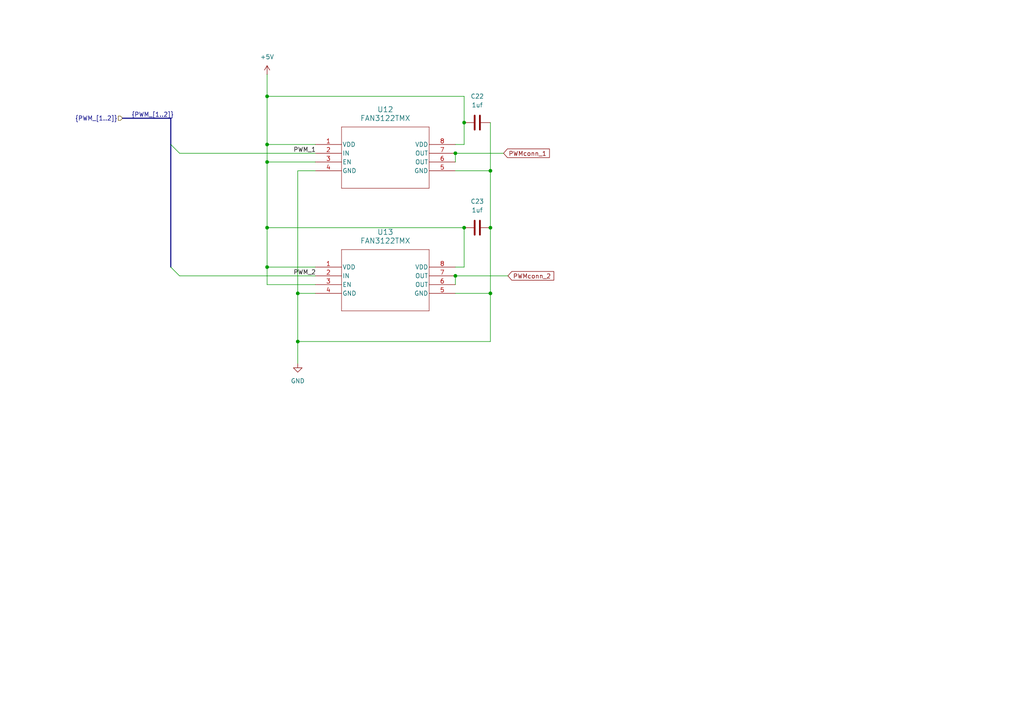
<source format=kicad_sch>
(kicad_sch
	(version 20231120)
	(generator "eeschema")
	(generator_version "8.0")
	(uuid "40f7571d-9319-47a0-9e50-eea79bd3ba44")
	(paper "A4")
	(lib_symbols
		(symbol "Device:C"
			(pin_numbers hide)
			(pin_names
				(offset 0.254)
			)
			(exclude_from_sim no)
			(in_bom yes)
			(on_board yes)
			(property "Reference" "C"
				(at 0.635 2.54 0)
				(effects
					(font
						(size 1.27 1.27)
					)
					(justify left)
				)
			)
			(property "Value" "C"
				(at 0.635 -2.54 0)
				(effects
					(font
						(size 1.27 1.27)
					)
					(justify left)
				)
			)
			(property "Footprint" ""
				(at 0.9652 -3.81 0)
				(effects
					(font
						(size 1.27 1.27)
					)
					(hide yes)
				)
			)
			(property "Datasheet" "~"
				(at 0 0 0)
				(effects
					(font
						(size 1.27 1.27)
					)
					(hide yes)
				)
			)
			(property "Description" "Unpolarized capacitor"
				(at 0 0 0)
				(effects
					(font
						(size 1.27 1.27)
					)
					(hide yes)
				)
			)
			(property "ki_keywords" "cap capacitor"
				(at 0 0 0)
				(effects
					(font
						(size 1.27 1.27)
					)
					(hide yes)
				)
			)
			(property "ki_fp_filters" "C_*"
				(at 0 0 0)
				(effects
					(font
						(size 1.27 1.27)
					)
					(hide yes)
				)
			)
			(symbol "C_0_1"
				(polyline
					(pts
						(xy -2.032 -0.762) (xy 2.032 -0.762)
					)
					(stroke
						(width 0.508)
						(type default)
					)
					(fill
						(type none)
					)
				)
				(polyline
					(pts
						(xy -2.032 0.762) (xy 2.032 0.762)
					)
					(stroke
						(width 0.508)
						(type default)
					)
					(fill
						(type none)
					)
				)
			)
			(symbol "C_1_1"
				(pin passive line
					(at 0 3.81 270)
					(length 2.794)
					(name "~"
						(effects
							(font
								(size 1.27 1.27)
							)
						)
					)
					(number "1"
						(effects
							(font
								(size 1.27 1.27)
							)
						)
					)
				)
				(pin passive line
					(at 0 -3.81 90)
					(length 2.794)
					(name "~"
						(effects
							(font
								(size 1.27 1.27)
							)
						)
					)
					(number "2"
						(effects
							(font
								(size 1.27 1.27)
							)
						)
					)
				)
			)
		)
		(symbol "HyprLib:FAN3122TMX"
			(pin_names
				(offset 0.254)
			)
			(exclude_from_sim no)
			(in_bom yes)
			(on_board yes)
			(property "Reference" "U"
				(at 20.32 10.16 0)
				(effects
					(font
						(size 1.524 1.524)
					)
				)
			)
			(property "Value" "FAN3122TMX"
				(at 20.32 7.62 0)
				(effects
					(font
						(size 1.524 1.524)
					)
				)
			)
			(property "Footprint" "SOIC8_4X5_ONS"
				(at 0 0 0)
				(effects
					(font
						(size 1.27 1.27)
						(italic yes)
					)
					(hide yes)
				)
			)
			(property "Datasheet" "FAN3122TMX"
				(at 0 0 0)
				(effects
					(font
						(size 1.27 1.27)
						(italic yes)
					)
					(hide yes)
				)
			)
			(property "Description" ""
				(at 0 0 0)
				(effects
					(font
						(size 1.27 1.27)
					)
					(hide yes)
				)
			)
			(property "ki_locked" ""
				(at 0 0 0)
				(effects
					(font
						(size 1.27 1.27)
					)
				)
			)
			(property "ki_keywords" "FAN3122TMX"
				(at 0 0 0)
				(effects
					(font
						(size 1.27 1.27)
					)
					(hide yes)
				)
			)
			(property "ki_fp_filters" "SOIC8_4X5_ONS SOIC8_4X5_ONS-M SOIC8_4X5_ONS-L"
				(at 0 0 0)
				(effects
					(font
						(size 1.27 1.27)
					)
					(hide yes)
				)
			)
			(symbol "FAN3122TMX_0_1"
				(polyline
					(pts
						(xy 7.62 -12.7) (xy 33.02 -12.7)
					)
					(stroke
						(width 0.127)
						(type default)
					)
					(fill
						(type none)
					)
				)
				(polyline
					(pts
						(xy 7.62 5.08) (xy 7.62 -12.7)
					)
					(stroke
						(width 0.127)
						(type default)
					)
					(fill
						(type none)
					)
				)
				(polyline
					(pts
						(xy 33.02 -12.7) (xy 33.02 5.08)
					)
					(stroke
						(width 0.127)
						(type default)
					)
					(fill
						(type none)
					)
				)
				(polyline
					(pts
						(xy 33.02 5.08) (xy 7.62 5.08)
					)
					(stroke
						(width 0.127)
						(type default)
					)
					(fill
						(type none)
					)
				)
				(pin power_in line
					(at 0 0 0)
					(length 7.62)
					(name "VDD"
						(effects
							(font
								(size 1.27 1.27)
							)
						)
					)
					(number "1"
						(effects
							(font
								(size 1.27 1.27)
							)
						)
					)
				)
				(pin unspecified line
					(at 0 -2.54 0)
					(length 7.62)
					(name "IN"
						(effects
							(font
								(size 1.27 1.27)
							)
						)
					)
					(number "2"
						(effects
							(font
								(size 1.27 1.27)
							)
						)
					)
				)
				(pin unspecified line
					(at 0 -5.08 0)
					(length 7.62)
					(name "EN"
						(effects
							(font
								(size 1.27 1.27)
							)
						)
					)
					(number "3"
						(effects
							(font
								(size 1.27 1.27)
							)
						)
					)
				)
				(pin power_out line
					(at 0 -7.62 0)
					(length 7.62)
					(name "GND"
						(effects
							(font
								(size 1.27 1.27)
							)
						)
					)
					(number "4"
						(effects
							(font
								(size 1.27 1.27)
							)
						)
					)
				)
				(pin power_out line
					(at 40.64 -7.62 180)
					(length 7.62)
					(name "GND"
						(effects
							(font
								(size 1.27 1.27)
							)
						)
					)
					(number "5"
						(effects
							(font
								(size 1.27 1.27)
							)
						)
					)
				)
				(pin output line
					(at 40.64 -5.08 180)
					(length 7.62)
					(name "OUT"
						(effects
							(font
								(size 1.27 1.27)
							)
						)
					)
					(number "6"
						(effects
							(font
								(size 1.27 1.27)
							)
						)
					)
				)
				(pin output line
					(at 40.64 -2.54 180)
					(length 7.62)
					(name "OUT"
						(effects
							(font
								(size 1.27 1.27)
							)
						)
					)
					(number "7"
						(effects
							(font
								(size 1.27 1.27)
							)
						)
					)
				)
				(pin power_in line
					(at 40.64 0 180)
					(length 7.62)
					(name "VDD"
						(effects
							(font
								(size 1.27 1.27)
							)
						)
					)
					(number "8"
						(effects
							(font
								(size 1.27 1.27)
							)
						)
					)
				)
			)
		)
		(symbol "power:+5V"
			(power)
			(pin_numbers hide)
			(pin_names
				(offset 0) hide)
			(exclude_from_sim no)
			(in_bom yes)
			(on_board yes)
			(property "Reference" "#PWR"
				(at 0 -3.81 0)
				(effects
					(font
						(size 1.27 1.27)
					)
					(hide yes)
				)
			)
			(property "Value" "+5V"
				(at 0 3.556 0)
				(effects
					(font
						(size 1.27 1.27)
					)
				)
			)
			(property "Footprint" ""
				(at 0 0 0)
				(effects
					(font
						(size 1.27 1.27)
					)
					(hide yes)
				)
			)
			(property "Datasheet" ""
				(at 0 0 0)
				(effects
					(font
						(size 1.27 1.27)
					)
					(hide yes)
				)
			)
			(property "Description" "Power symbol creates a global label with name \"+5V\""
				(at 0 0 0)
				(effects
					(font
						(size 1.27 1.27)
					)
					(hide yes)
				)
			)
			(property "ki_keywords" "global power"
				(at 0 0 0)
				(effects
					(font
						(size 1.27 1.27)
					)
					(hide yes)
				)
			)
			(symbol "+5V_0_1"
				(polyline
					(pts
						(xy -0.762 1.27) (xy 0 2.54)
					)
					(stroke
						(width 0)
						(type default)
					)
					(fill
						(type none)
					)
				)
				(polyline
					(pts
						(xy 0 0) (xy 0 2.54)
					)
					(stroke
						(width 0)
						(type default)
					)
					(fill
						(type none)
					)
				)
				(polyline
					(pts
						(xy 0 2.54) (xy 0.762 1.27)
					)
					(stroke
						(width 0)
						(type default)
					)
					(fill
						(type none)
					)
				)
			)
			(symbol "+5V_1_1"
				(pin power_in line
					(at 0 0 90)
					(length 0)
					(name "~"
						(effects
							(font
								(size 1.27 1.27)
							)
						)
					)
					(number "1"
						(effects
							(font
								(size 1.27 1.27)
							)
						)
					)
				)
			)
		)
		(symbol "power:GND"
			(power)
			(pin_numbers hide)
			(pin_names
				(offset 0) hide)
			(exclude_from_sim no)
			(in_bom yes)
			(on_board yes)
			(property "Reference" "#PWR"
				(at 0 -6.35 0)
				(effects
					(font
						(size 1.27 1.27)
					)
					(hide yes)
				)
			)
			(property "Value" "GND"
				(at 0 -3.81 0)
				(effects
					(font
						(size 1.27 1.27)
					)
				)
			)
			(property "Footprint" ""
				(at 0 0 0)
				(effects
					(font
						(size 1.27 1.27)
					)
					(hide yes)
				)
			)
			(property "Datasheet" ""
				(at 0 0 0)
				(effects
					(font
						(size 1.27 1.27)
					)
					(hide yes)
				)
			)
			(property "Description" "Power symbol creates a global label with name \"GND\" , ground"
				(at 0 0 0)
				(effects
					(font
						(size 1.27 1.27)
					)
					(hide yes)
				)
			)
			(property "ki_keywords" "global power"
				(at 0 0 0)
				(effects
					(font
						(size 1.27 1.27)
					)
					(hide yes)
				)
			)
			(symbol "GND_0_1"
				(polyline
					(pts
						(xy 0 0) (xy 0 -1.27) (xy 1.27 -1.27) (xy 0 -2.54) (xy -1.27 -1.27) (xy 0 -1.27)
					)
					(stroke
						(width 0)
						(type default)
					)
					(fill
						(type none)
					)
				)
			)
			(symbol "GND_1_1"
				(pin power_in line
					(at 0 0 270)
					(length 0)
					(name "~"
						(effects
							(font
								(size 1.27 1.27)
							)
						)
					)
					(number "1"
						(effects
							(font
								(size 1.27 1.27)
							)
						)
					)
				)
			)
		)
	)
	(junction
		(at 77.47 66.04)
		(diameter 0)
		(color 0 0 0 0)
		(uuid "14db5991-e23f-48cc-9670-b10c45b82a6f")
	)
	(junction
		(at 142.24 85.09)
		(diameter 0)
		(color 0 0 0 0)
		(uuid "51cbb3ec-2da6-4aa1-bc88-034aa7b69233")
	)
	(junction
		(at 77.47 27.94)
		(diameter 0)
		(color 0 0 0 0)
		(uuid "52068680-641d-444e-b459-c63affb06b95")
	)
	(junction
		(at 134.62 35.56)
		(diameter 0)
		(color 0 0 0 0)
		(uuid "6ba530ba-5775-4e8a-926d-53fc93664863")
	)
	(junction
		(at 142.24 66.04)
		(diameter 0)
		(color 0 0 0 0)
		(uuid "8d88353b-af49-42e1-b1a8-4e73e55692cb")
	)
	(junction
		(at 86.36 85.09)
		(diameter 0)
		(color 0 0 0 0)
		(uuid "90a2599c-6de9-4b35-b84c-2cfd0ccba9ec")
	)
	(junction
		(at 134.62 66.04)
		(diameter 0)
		(color 0 0 0 0)
		(uuid "a284e5f8-17bf-47fe-8710-734be52589ba")
	)
	(junction
		(at 132.08 44.45)
		(diameter 0)
		(color 0 0 0 0)
		(uuid "a76f633c-1f50-421b-b32a-aa9462b1af6c")
	)
	(junction
		(at 142.24 49.53)
		(diameter 0)
		(color 0 0 0 0)
		(uuid "b1cd44ef-0b3d-4454-9a9a-fde1822f596f")
	)
	(junction
		(at 77.47 77.47)
		(diameter 0)
		(color 0 0 0 0)
		(uuid "d4aeb588-2c6a-4e70-b2b5-9864df483b75")
	)
	(junction
		(at 86.36 99.06)
		(diameter 0)
		(color 0 0 0 0)
		(uuid "daf52b15-372d-496d-8eb9-9d5beaf002ae")
	)
	(junction
		(at 132.08 80.01)
		(diameter 0)
		(color 0 0 0 0)
		(uuid "e40e7c64-8f30-4e09-b9c7-8008a48488a6")
	)
	(junction
		(at 77.47 46.99)
		(diameter 0)
		(color 0 0 0 0)
		(uuid "eaeeae7c-4940-4ede-b5cc-e98a67b4f78e")
	)
	(junction
		(at 77.47 41.91)
		(diameter 0)
		(color 0 0 0 0)
		(uuid "f9ad3274-aee1-4e34-8144-9955774e8862")
	)
	(bus_entry
		(at 49.53 77.47)
		(size 2.54 2.54)
		(stroke
			(width 0)
			(type default)
		)
		(uuid "6bee3924-c2e9-4c0b-8ddc-47a7ee9a55bb")
	)
	(bus_entry
		(at 49.53 41.91)
		(size 2.54 2.54)
		(stroke
			(width 0)
			(type default)
		)
		(uuid "9b1fa1c3-8517-4d8c-b51a-6d58aed3c64a")
	)
	(wire
		(pts
			(xy 142.24 35.56) (xy 142.24 49.53)
		)
		(stroke
			(width 0)
			(type default)
		)
		(uuid "0f7964e4-e594-4731-8622-89a3a03fb306")
	)
	(wire
		(pts
			(xy 77.47 66.04) (xy 77.47 77.47)
		)
		(stroke
			(width 0)
			(type default)
		)
		(uuid "1015a475-7a94-4705-bca5-40dbad630963")
	)
	(wire
		(pts
			(xy 86.36 99.06) (xy 86.36 85.09)
		)
		(stroke
			(width 0)
			(type default)
		)
		(uuid "256f08b2-5f5e-467e-a0f5-5d622f39bc52")
	)
	(wire
		(pts
			(xy 132.08 41.91) (xy 134.62 41.91)
		)
		(stroke
			(width 0)
			(type default)
		)
		(uuid "26344675-b967-4313-b0f3-b5ab7fd8fac6")
	)
	(wire
		(pts
			(xy 132.08 44.45) (xy 146.05 44.45)
		)
		(stroke
			(width 0)
			(type default)
		)
		(uuid "29ab6559-4c44-4106-a638-0ddd4e6aecf1")
	)
	(wire
		(pts
			(xy 134.62 27.94) (xy 77.47 27.94)
		)
		(stroke
			(width 0)
			(type default)
		)
		(uuid "2baaf2fa-157c-406b-945a-4c106719d47f")
	)
	(wire
		(pts
			(xy 77.47 27.94) (xy 77.47 41.91)
		)
		(stroke
			(width 0)
			(type default)
		)
		(uuid "2d9bb687-2ecf-4b76-b937-7a6625014dce")
	)
	(wire
		(pts
			(xy 134.62 41.91) (xy 134.62 35.56)
		)
		(stroke
			(width 0)
			(type default)
		)
		(uuid "3ea1f2fc-de56-49d8-a436-850765de51c7")
	)
	(wire
		(pts
			(xy 77.47 82.55) (xy 77.47 77.47)
		)
		(stroke
			(width 0)
			(type default)
		)
		(uuid "52c949ad-3a22-4a62-95c4-cabde29e545a")
	)
	(bus
		(pts
			(xy 49.53 41.91) (xy 49.53 77.47)
		)
		(stroke
			(width 0)
			(type default)
		)
		(uuid "5fca4897-eec9-4ccb-bc72-e36076bbbebc")
	)
	(wire
		(pts
			(xy 52.07 80.01) (xy 91.44 80.01)
		)
		(stroke
			(width 0)
			(type default)
		)
		(uuid "6062b364-3be9-476c-b971-4168a325b309")
	)
	(wire
		(pts
			(xy 77.47 41.91) (xy 91.44 41.91)
		)
		(stroke
			(width 0)
			(type default)
		)
		(uuid "6173b59c-8ed4-4586-8580-12cad3abdab3")
	)
	(bus
		(pts
			(xy 49.53 34.29) (xy 49.53 41.91)
		)
		(stroke
			(width 0)
			(type default)
		)
		(uuid "74000c23-4cbd-4955-a575-1be84175656c")
	)
	(wire
		(pts
			(xy 142.24 66.04) (xy 142.24 85.09)
		)
		(stroke
			(width 0)
			(type default)
		)
		(uuid "77acf648-fabe-4df5-af6c-bd060afc0cc9")
	)
	(wire
		(pts
			(xy 86.36 105.41) (xy 86.36 99.06)
		)
		(stroke
			(width 0)
			(type default)
		)
		(uuid "7f80f0a3-4b34-4b12-b817-0dc7a9b5623e")
	)
	(wire
		(pts
			(xy 134.62 77.47) (xy 134.62 66.04)
		)
		(stroke
			(width 0)
			(type default)
		)
		(uuid "7fad2ee9-4139-4881-ab9e-0e1909900e3f")
	)
	(wire
		(pts
			(xy 142.24 99.06) (xy 86.36 99.06)
		)
		(stroke
			(width 0)
			(type default)
		)
		(uuid "9a77b4a0-095b-4945-8663-c8abf4f01cb8")
	)
	(wire
		(pts
			(xy 91.44 82.55) (xy 77.47 82.55)
		)
		(stroke
			(width 0)
			(type default)
		)
		(uuid "a068587e-568c-48c9-88e3-53200eaa0e2d")
	)
	(wire
		(pts
			(xy 132.08 77.47) (xy 134.62 77.47)
		)
		(stroke
			(width 0)
			(type default)
		)
		(uuid "a16c18c0-b238-4f5f-a6de-10fc18434005")
	)
	(wire
		(pts
			(xy 134.62 35.56) (xy 134.62 27.94)
		)
		(stroke
			(width 0)
			(type default)
		)
		(uuid "a29a71aa-782e-43d7-98d0-1abd9bfb0635")
	)
	(wire
		(pts
			(xy 77.47 21.59) (xy 77.47 27.94)
		)
		(stroke
			(width 0)
			(type default)
		)
		(uuid "aab0c6e4-b33e-4481-a0ee-ac85848a91ff")
	)
	(wire
		(pts
			(xy 77.47 66.04) (xy 134.62 66.04)
		)
		(stroke
			(width 0)
			(type default)
		)
		(uuid "ad6ee31e-51b6-4bb3-b6d0-769b89a317b7")
	)
	(wire
		(pts
			(xy 142.24 49.53) (xy 142.24 66.04)
		)
		(stroke
			(width 0)
			(type default)
		)
		(uuid "aece1056-f511-4aa4-86e9-01d5329c6c37")
	)
	(wire
		(pts
			(xy 86.36 49.53) (xy 91.44 49.53)
		)
		(stroke
			(width 0)
			(type default)
		)
		(uuid "afbb5a01-934b-4fe1-adef-1a952e664c02")
	)
	(wire
		(pts
			(xy 132.08 80.01) (xy 132.08 82.55)
		)
		(stroke
			(width 0)
			(type default)
		)
		(uuid "b1fd015e-0b2b-49b7-b3e6-033877882295")
	)
	(wire
		(pts
			(xy 132.08 49.53) (xy 142.24 49.53)
		)
		(stroke
			(width 0)
			(type default)
		)
		(uuid "b68cf2e9-4f94-4db3-9938-4c0513e0ddfa")
	)
	(wire
		(pts
			(xy 77.47 77.47) (xy 91.44 77.47)
		)
		(stroke
			(width 0)
			(type default)
		)
		(uuid "be96e096-6008-4b25-a13d-cf77b375cc47")
	)
	(wire
		(pts
			(xy 132.08 44.45) (xy 132.08 46.99)
		)
		(stroke
			(width 0)
			(type default)
		)
		(uuid "c1e6af7c-61b6-41fe-862b-8e9b0051e589")
	)
	(wire
		(pts
			(xy 86.36 85.09) (xy 91.44 85.09)
		)
		(stroke
			(width 0)
			(type default)
		)
		(uuid "c9a701f2-cc58-4ce9-970d-bbe7d3088c6c")
	)
	(wire
		(pts
			(xy 132.08 85.09) (xy 142.24 85.09)
		)
		(stroke
			(width 0)
			(type default)
		)
		(uuid "cd69d4c5-3f92-42af-a069-9105884038aa")
	)
	(wire
		(pts
			(xy 77.47 41.91) (xy 77.47 46.99)
		)
		(stroke
			(width 0)
			(type default)
		)
		(uuid "cfc20b6d-8e67-4713-887e-b66e89301439")
	)
	(wire
		(pts
			(xy 132.08 80.01) (xy 147.32 80.01)
		)
		(stroke
			(width 0)
			(type default)
		)
		(uuid "d3c35298-304e-4d9c-862c-a81250623c96")
	)
	(wire
		(pts
			(xy 77.47 46.99) (xy 91.44 46.99)
		)
		(stroke
			(width 0)
			(type default)
		)
		(uuid "d9f57092-e5c9-4cc1-8b2d-1073a5e56197")
	)
	(wire
		(pts
			(xy 52.07 44.45) (xy 91.44 44.45)
		)
		(stroke
			(width 0)
			(type default)
		)
		(uuid "f1ab0d25-33c6-49af-85b9-4ff75570825b")
	)
	(wire
		(pts
			(xy 77.47 46.99) (xy 77.47 66.04)
		)
		(stroke
			(width 0)
			(type default)
		)
		(uuid "f7c1c413-298f-424f-b36e-8c35321d91ee")
	)
	(bus
		(pts
			(xy 35.56 34.29) (xy 49.53 34.29)
		)
		(stroke
			(width 0)
			(type default)
		)
		(uuid "fa1dc244-9008-4faf-a17a-5e6ce1889235")
	)
	(wire
		(pts
			(xy 86.36 85.09) (xy 86.36 49.53)
		)
		(stroke
			(width 0)
			(type default)
		)
		(uuid "fa9b4ab2-7bc3-4e01-8788-7f107093eecb")
	)
	(wire
		(pts
			(xy 142.24 85.09) (xy 142.24 99.06)
		)
		(stroke
			(width 0)
			(type default)
		)
		(uuid "fd064c79-6dc9-4bd9-8c2b-33e86ef2adcd")
	)
	(label "PWM_1"
		(at 85.09 44.45 0)
		(fields_autoplaced yes)
		(effects
			(font
				(size 1.27 1.27)
			)
			(justify left bottom)
		)
		(uuid "0bccaea6-0bb9-464b-bb8a-19d4f80af743")
	)
	(label "{PWM_[1..2]}"
		(at 38.1 34.29 0)
		(fields_autoplaced yes)
		(effects
			(font
				(size 1.27 1.27)
			)
			(justify left bottom)
		)
		(uuid "48b442c4-c233-4e42-ae2a-5f8aa26bf1fb")
	)
	(label "PWM_2"
		(at 85.09 80.01 0)
		(fields_autoplaced yes)
		(effects
			(font
				(size 1.27 1.27)
			)
			(justify left bottom)
		)
		(uuid "fac773fe-ce41-4cd8-9145-d1815a0ad21f")
	)
	(global_label "PWMconn_2"
		(shape input)
		(at 147.32 80.01 0)
		(fields_autoplaced yes)
		(effects
			(font
				(size 1.27 1.27)
			)
			(justify left)
		)
		(uuid "6e2ecf69-0a8a-46ca-817b-19e812b2b704")
		(property "Intersheetrefs" "${INTERSHEET_REFS}"
			(at 161.1907 80.01 0)
			(effects
				(font
					(size 1.27 1.27)
				)
				(justify left)
				(hide yes)
			)
		)
	)
	(global_label "PWMconn_1"
		(shape input)
		(at 146.05 44.45 0)
		(fields_autoplaced yes)
		(effects
			(font
				(size 1.27 1.27)
			)
			(justify left)
		)
		(uuid "eb15966a-44e8-4971-8064-1c85271c36b3")
		(property "Intersheetrefs" "${INTERSHEET_REFS}"
			(at 159.9207 44.45 0)
			(effects
				(font
					(size 1.27 1.27)
				)
				(justify left)
				(hide yes)
			)
		)
	)
	(hierarchical_label "{PWM_[1..2]}"
		(shape input)
		(at 35.56 34.29 180)
		(fields_autoplaced yes)
		(effects
			(font
				(size 1.27 1.27)
			)
			(justify right)
		)
		(uuid "56556adb-e36e-45ed-88d5-68b5957b55be")
	)
	(symbol
		(lib_id "power:+5V")
		(at 77.47 21.59 0)
		(unit 1)
		(exclude_from_sim no)
		(in_bom yes)
		(on_board yes)
		(dnp no)
		(fields_autoplaced yes)
		(uuid "145a0c3b-f68f-490c-95ae-03204cbdbb5e")
		(property "Reference" "#PWR037"
			(at 77.47 25.4 0)
			(effects
				(font
					(size 1.27 1.27)
				)
				(hide yes)
			)
		)
		(property "Value" "+5V"
			(at 77.47 16.51 0)
			(effects
				(font
					(size 1.27 1.27)
				)
			)
		)
		(property "Footprint" ""
			(at 77.47 21.59 0)
			(effects
				(font
					(size 1.27 1.27)
				)
				(hide yes)
			)
		)
		(property "Datasheet" ""
			(at 77.47 21.59 0)
			(effects
				(font
					(size 1.27 1.27)
				)
				(hide yes)
			)
		)
		(property "Description" "Power symbol creates a global label with name \"+5V\""
			(at 77.47 21.59 0)
			(effects
				(font
					(size 1.27 1.27)
				)
				(hide yes)
			)
		)
		(pin "1"
			(uuid "85bffcc2-0b8d-49cf-a93e-32359fc59ec1")
		)
		(instances
			(project "CabShield"
				(path "/423ac0d9-40b1-4bed-82b4-a9f410a0b373/adde4ed4-c317-4d04-8066-750934258714"
					(reference "#PWR037")
					(unit 1)
				)
			)
		)
	)
	(symbol
		(lib_id "power:GND")
		(at 86.36 105.41 0)
		(unit 1)
		(exclude_from_sim no)
		(in_bom yes)
		(on_board yes)
		(dnp no)
		(fields_autoplaced yes)
		(uuid "37060120-605f-4f7c-a48c-4fc960b8a6b8")
		(property "Reference" "#PWR038"
			(at 86.36 111.76 0)
			(effects
				(font
					(size 1.27 1.27)
				)
				(hide yes)
			)
		)
		(property "Value" "GND"
			(at 86.36 110.49 0)
			(effects
				(font
					(size 1.27 1.27)
				)
			)
		)
		(property "Footprint" ""
			(at 86.36 105.41 0)
			(effects
				(font
					(size 1.27 1.27)
				)
				(hide yes)
			)
		)
		(property "Datasheet" ""
			(at 86.36 105.41 0)
			(effects
				(font
					(size 1.27 1.27)
				)
				(hide yes)
			)
		)
		(property "Description" "Power symbol creates a global label with name \"GND\" , ground"
			(at 86.36 105.41 0)
			(effects
				(font
					(size 1.27 1.27)
				)
				(hide yes)
			)
		)
		(pin "1"
			(uuid "5d158f6a-c551-4fd2-b566-4e57f8eef10c")
		)
		(instances
			(project "CabShield"
				(path "/423ac0d9-40b1-4bed-82b4-a9f410a0b373/adde4ed4-c317-4d04-8066-750934258714"
					(reference "#PWR038")
					(unit 1)
				)
			)
		)
	)
	(symbol
		(lib_id "Device:C")
		(at 138.43 66.04 90)
		(unit 1)
		(exclude_from_sim no)
		(in_bom yes)
		(on_board yes)
		(dnp no)
		(fields_autoplaced yes)
		(uuid "3c324b3e-3909-4c8a-800e-04c3ebc6c09e")
		(property "Reference" "C23"
			(at 138.43 58.42 90)
			(effects
				(font
					(size 1.27 1.27)
				)
			)
		)
		(property "Value" "1uf"
			(at 138.43 60.96 90)
			(effects
				(font
					(size 1.27 1.27)
				)
			)
		)
		(property "Footprint" "Capacitor_SMD:C_0603_1608Metric"
			(at 142.24 65.0748 0)
			(effects
				(font
					(size 1.27 1.27)
				)
				(hide yes)
			)
		)
		(property "Datasheet" "https://mm.digikey.com/Volume0/opasdata/d220001/medias/docus/5411/0603B105K500XD.pdf"
			(at 138.43 66.04 0)
			(effects
				(font
					(size 1.27 1.27)
				)
				(hide yes)
			)
		)
		(property "Description" "Unpolarized capacitor (0603B105K500XD)"
			(at 138.43 66.04 0)
			(effects
				(font
					(size 1.27 1.27)
				)
				(hide yes)
			)
		)
		(property "Manufacturer_Part_Number" "0603B105K500XD"
			(at 138.43 66.04 0)
			(effects
				(font
					(size 1.27 1.27)
				)
				(hide yes)
			)
		)
		(pin "2"
			(uuid "77ccc20b-7ea2-48dd-b60a-bf33dc772d96")
		)
		(pin "1"
			(uuid "b3203c0a-156d-42c4-9b30-df0c908af6fd")
		)
		(instances
			(project "CabShield"
				(path "/423ac0d9-40b1-4bed-82b4-a9f410a0b373/adde4ed4-c317-4d04-8066-750934258714"
					(reference "C23")
					(unit 1)
				)
			)
		)
	)
	(symbol
		(lib_id "Device:C")
		(at 138.43 35.56 90)
		(unit 1)
		(exclude_from_sim no)
		(in_bom yes)
		(on_board yes)
		(dnp no)
		(fields_autoplaced yes)
		(uuid "529e3e67-9da8-4c89-947b-7b98ec6bd163")
		(property "Reference" "C22"
			(at 138.43 27.94 90)
			(effects
				(font
					(size 1.27 1.27)
				)
			)
		)
		(property "Value" "1uf"
			(at 138.43 30.48 90)
			(effects
				(font
					(size 1.27 1.27)
				)
			)
		)
		(property "Footprint" "Capacitor_SMD:C_0603_1608Metric"
			(at 142.24 34.5948 0)
			(effects
				(font
					(size 1.27 1.27)
				)
				(hide yes)
			)
		)
		(property "Datasheet" "https://mm.digikey.com/Volume0/opasdata/d220001/medias/docus/5411/0603B105K500XD.pdf"
			(at 138.43 35.56 0)
			(effects
				(font
					(size 1.27 1.27)
				)
				(hide yes)
			)
		)
		(property "Description" "Unpolarized capacitor (0603B105K500XD)"
			(at 138.43 35.56 0)
			(effects
				(font
					(size 1.27 1.27)
				)
				(hide yes)
			)
		)
		(property "Manufacturer_Part_Number" "0603B105K500XD"
			(at 138.43 35.56 0)
			(effects
				(font
					(size 1.27 1.27)
				)
				(hide yes)
			)
		)
		(pin "2"
			(uuid "a2a43feb-5e0c-4e83-9e13-5f3a46b29bb3")
		)
		(pin "1"
			(uuid "44a93a97-e608-497a-896c-4c7be961d94b")
		)
		(instances
			(project "CabShield"
				(path "/423ac0d9-40b1-4bed-82b4-a9f410a0b373/adde4ed4-c317-4d04-8066-750934258714"
					(reference "C22")
					(unit 1)
				)
			)
		)
	)
	(symbol
		(lib_id "HyprLib:FAN3122TMX")
		(at 91.44 77.47 0)
		(unit 1)
		(exclude_from_sim no)
		(in_bom yes)
		(on_board yes)
		(dnp no)
		(fields_autoplaced yes)
		(uuid "f20f8bc4-c28a-4fae-b206-cad1f7903a08")
		(property "Reference" "U13"
			(at 111.76 67.31 0)
			(effects
				(font
					(size 1.524 1.524)
				)
			)
		)
		(property "Value" "FAN3122TMX"
			(at 111.76 69.85 0)
			(effects
				(font
					(size 1.524 1.524)
				)
			)
		)
		(property "Footprint" "HyprLib:SOIC8_4X5_ONS"
			(at 91.44 77.47 0)
			(effects
				(font
					(size 1.27 1.27)
					(italic yes)
				)
				(hide yes)
			)
		)
		(property "Datasheet" "https://rocelec.widen.net/view/pdf/f6f3uqrtq7/ONSM-S-A0003539064-1.pdf?t.download=true&u=5oefqw"
			(at 91.44 77.47 0)
			(effects
				(font
					(size 1.27 1.27)
					(italic yes)
				)
				(hide yes)
			)
		)
		(property "Description" ""
			(at 91.44 77.47 0)
			(effects
				(font
					(size 1.27 1.27)
				)
				(hide yes)
			)
		)
		(property "Manufacturer_Part_Number" "FAN3122TMX"
			(at 91.44 77.47 0)
			(effects
				(font
					(size 1.27 1.27)
				)
				(hide yes)
			)
		)
		(pin "1"
			(uuid "c2557438-af8b-40d5-86c7-364b54b43ef1")
		)
		(pin "2"
			(uuid "cddb7bd8-f918-4409-ab4c-81fde30af0b5")
		)
		(pin "4"
			(uuid "d47cb040-0c29-46fb-a73f-6f39658a564b")
		)
		(pin "5"
			(uuid "3feece8d-688a-40f7-99e0-75e8a3ecce0b")
		)
		(pin "6"
			(uuid "bba7a8c4-3dc4-4588-acbc-669b02463837")
		)
		(pin "7"
			(uuid "22acd9c3-0884-456d-a6dd-5ecf7523b8a2")
		)
		(pin "3"
			(uuid "0b3d149e-4b82-4629-8942-cb433a4fbe54")
		)
		(pin "8"
			(uuid "0c1091a7-2aa3-47b9-a0c6-c052daa65b6c")
		)
		(instances
			(project "CabShield"
				(path "/423ac0d9-40b1-4bed-82b4-a9f410a0b373/adde4ed4-c317-4d04-8066-750934258714"
					(reference "U13")
					(unit 1)
				)
			)
		)
	)
	(symbol
		(lib_id "HyprLib:FAN3122TMX")
		(at 91.44 41.91 0)
		(unit 1)
		(exclude_from_sim no)
		(in_bom yes)
		(on_board yes)
		(dnp no)
		(fields_autoplaced yes)
		(uuid "fe14e289-c646-4183-a825-1e4c517a6168")
		(property "Reference" "U12"
			(at 111.76 31.75 0)
			(effects
				(font
					(size 1.524 1.524)
				)
			)
		)
		(property "Value" "FAN3122TMX"
			(at 111.76 34.29 0)
			(effects
				(font
					(size 1.524 1.524)
				)
			)
		)
		(property "Footprint" "HyprLib:SOIC8_4X5_ONS"
			(at 91.44 41.91 0)
			(effects
				(font
					(size 1.27 1.27)
					(italic yes)
				)
				(hide yes)
			)
		)
		(property "Datasheet" "https://rocelec.widen.net/view/pdf/f6f3uqrtq7/ONSM-S-A0003539064-1.pdf?t.download=true&u=5oefqw"
			(at 91.44 41.91 0)
			(effects
				(font
					(size 1.27 1.27)
					(italic yes)
				)
				(hide yes)
			)
		)
		(property "Description" ""
			(at 91.44 41.91 0)
			(effects
				(font
					(size 1.27 1.27)
				)
				(hide yes)
			)
		)
		(property "Manufacturer_Part_Number" "FAN3122TMX"
			(at 91.44 41.91 0)
			(effects
				(font
					(size 1.27 1.27)
				)
				(hide yes)
			)
		)
		(pin "1"
			(uuid "5bfdcaf4-ce31-4b8c-9267-80c5361264db")
		)
		(pin "2"
			(uuid "77bb0219-331e-45f9-8da7-bda02bf44e30")
		)
		(pin "4"
			(uuid "b6fa74fe-8377-45e3-9d31-e2a204efb9fa")
		)
		(pin "5"
			(uuid "edf5d9a5-f223-4dc9-81de-262bbad60f50")
		)
		(pin "6"
			(uuid "177075a4-a5bb-468f-8ff6-566c2954ebfc")
		)
		(pin "7"
			(uuid "25d1ab97-c72f-47a9-933d-1be17abf7278")
		)
		(pin "3"
			(uuid "c4d3dd11-a1b2-4da1-9699-d8db2b9d99e7")
		)
		(pin "8"
			(uuid "93f1ae7e-23af-46b2-afa7-72db7a1aa06a")
		)
		(instances
			(project "CabShield"
				(path "/423ac0d9-40b1-4bed-82b4-a9f410a0b373/adde4ed4-c317-4d04-8066-750934258714"
					(reference "U12")
					(unit 1)
				)
			)
		)
	)
)

</source>
